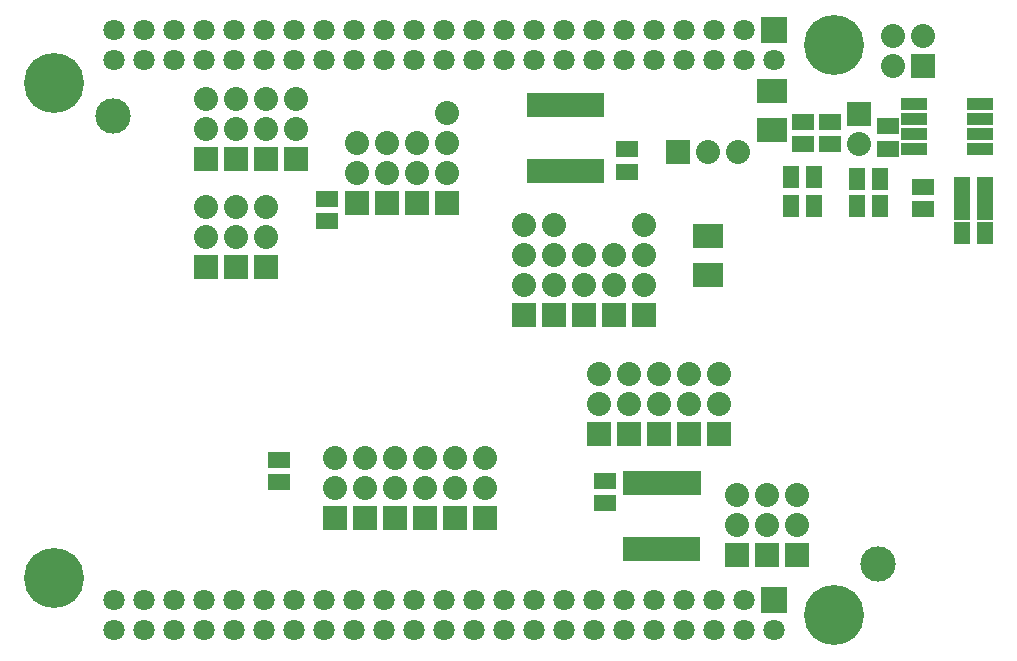
<source format=gts>
G04 (created by PCBNEW (2013-05-31 BZR 4019)-stable) date 8/17/2014 5:11:29 PM*
%MOIN*%
G04 Gerber Fmt 3.4, Leading zero omitted, Abs format*
%FSLAX34Y34*%
G01*
G70*
G90*
G04 APERTURE LIST*
%ADD10C,0.00590551*%
%ADD11R,0.0298425X0.0810236*%
%ADD12R,0.1X0.08*%
%ADD13R,0.075X0.055*%
%ADD14R,0.055X0.075*%
%ADD15R,0.08X0.08*%
%ADD16C,0.08*%
%ADD17C,0.11811*%
%ADD18C,0.2*%
%ADD19R,0.085X0.085*%
%ADD20C,0.0712*%
%ADD21R,0.085X0.0436*%
G04 APERTURE END LIST*
G54D10*
G54D11*
X18138Y-5452D03*
X18404Y-5452D03*
X18660Y-5452D03*
X18916Y-5452D03*
X19172Y-5452D03*
X19427Y-5452D03*
X19683Y-5452D03*
X19939Y-5452D03*
X20195Y-5452D03*
X20451Y-5452D03*
X20451Y-3247D03*
X20195Y-3247D03*
X19939Y-3247D03*
X19683Y-3247D03*
X19427Y-3247D03*
X19172Y-3247D03*
X18916Y-3247D03*
X18660Y-3247D03*
X18404Y-3247D03*
X18148Y-3247D03*
X23661Y-15847D03*
X23395Y-15847D03*
X23139Y-15847D03*
X22883Y-15847D03*
X22627Y-15847D03*
X22372Y-15847D03*
X22116Y-15847D03*
X21860Y-15847D03*
X21604Y-15847D03*
X21348Y-15847D03*
X21348Y-18052D03*
X21604Y-18052D03*
X21860Y-18052D03*
X22116Y-18052D03*
X22372Y-18052D03*
X22627Y-18052D03*
X22883Y-18052D03*
X23139Y-18052D03*
X23395Y-18052D03*
X23651Y-18052D03*
G54D12*
X24044Y-8915D03*
X24044Y-7615D03*
G54D13*
X31200Y-5975D03*
X31200Y-6725D03*
X20600Y-16525D03*
X20600Y-15775D03*
X21350Y-4725D03*
X21350Y-5475D03*
X9750Y-15825D03*
X9750Y-15075D03*
X11350Y-6375D03*
X11350Y-7125D03*
G54D14*
X26825Y-6600D03*
X27575Y-6600D03*
X27575Y-5650D03*
X26825Y-5650D03*
G54D13*
X28100Y-4546D03*
X28100Y-3796D03*
X27194Y-4546D03*
X27194Y-3796D03*
G54D14*
X32525Y-6720D03*
X33275Y-6720D03*
X32525Y-7500D03*
X33275Y-7500D03*
X32525Y-6000D03*
X33275Y-6000D03*
G54D15*
X18900Y-10250D03*
G54D16*
X18900Y-9250D03*
X18900Y-8250D03*
X18900Y-7250D03*
G54D15*
X15350Y-6500D03*
G54D16*
X15350Y-5500D03*
X15350Y-4500D03*
X15350Y-3500D03*
G54D15*
X21900Y-10250D03*
G54D16*
X21900Y-9250D03*
X21900Y-8250D03*
X21900Y-7250D03*
G54D15*
X17900Y-10250D03*
G54D16*
X17900Y-9250D03*
X17900Y-8250D03*
X17900Y-7250D03*
G54D15*
X20900Y-10250D03*
G54D16*
X20900Y-9250D03*
X20900Y-8250D03*
G54D15*
X23400Y-14200D03*
G54D16*
X23400Y-13200D03*
X23400Y-12200D03*
G54D15*
X24400Y-14200D03*
G54D16*
X24400Y-13200D03*
X24400Y-12200D03*
G54D15*
X27000Y-18250D03*
G54D16*
X27000Y-17250D03*
X27000Y-16250D03*
G54D15*
X26000Y-18250D03*
G54D16*
X26000Y-17250D03*
X26000Y-16250D03*
G54D15*
X25000Y-18250D03*
G54D16*
X25000Y-17250D03*
X25000Y-16250D03*
G54D15*
X11600Y-17000D03*
G54D16*
X11600Y-16000D03*
X11600Y-15000D03*
G54D15*
X12600Y-17000D03*
G54D16*
X12600Y-16000D03*
X12600Y-15000D03*
G54D15*
X13600Y-17000D03*
G54D16*
X13600Y-16000D03*
X13600Y-15000D03*
G54D15*
X14600Y-17000D03*
G54D16*
X14600Y-16000D03*
X14600Y-15000D03*
G54D15*
X15600Y-17000D03*
G54D16*
X15600Y-16000D03*
X15600Y-15000D03*
G54D15*
X16600Y-17000D03*
G54D16*
X16600Y-16000D03*
X16600Y-15000D03*
G54D15*
X7300Y-5050D03*
G54D16*
X7300Y-4050D03*
X7300Y-3050D03*
G54D15*
X9300Y-5050D03*
G54D16*
X9300Y-4050D03*
X9300Y-3050D03*
G54D15*
X7310Y-8650D03*
G54D16*
X7310Y-7650D03*
X7310Y-6650D03*
G54D15*
X8300Y-8650D03*
G54D16*
X8300Y-7650D03*
X8300Y-6650D03*
G54D15*
X10300Y-5050D03*
G54D16*
X10300Y-4050D03*
X10300Y-3050D03*
G54D15*
X9300Y-8650D03*
G54D16*
X9300Y-7650D03*
X9300Y-6650D03*
G54D15*
X13350Y-6500D03*
G54D16*
X13350Y-5500D03*
X13350Y-4500D03*
G54D15*
X14350Y-6500D03*
G54D16*
X14350Y-5500D03*
X14350Y-4500D03*
G54D15*
X19900Y-10250D03*
G54D16*
X19900Y-9250D03*
X19900Y-8250D03*
G54D15*
X20400Y-14200D03*
G54D16*
X20400Y-13200D03*
X20400Y-12200D03*
G54D15*
X21400Y-14200D03*
G54D16*
X21400Y-13200D03*
X21400Y-12200D03*
G54D15*
X22400Y-14200D03*
G54D16*
X22400Y-13200D03*
X22400Y-12200D03*
G54D15*
X8300Y-5050D03*
G54D16*
X8300Y-4050D03*
X8300Y-3050D03*
G54D15*
X31220Y-1930D03*
G54D16*
X30220Y-1930D03*
X31220Y-930D03*
X30220Y-930D03*
G54D17*
X29700Y-18550D03*
X4200Y-3600D03*
G54D15*
X12350Y-6500D03*
G54D16*
X12350Y-5500D03*
X12350Y-4500D03*
G54D15*
X23050Y-4800D03*
G54D16*
X24050Y-4800D03*
X25050Y-4800D03*
G54D12*
X26170Y-4073D03*
X26170Y-2773D03*
G54D18*
X2250Y-2500D03*
X28250Y-1250D03*
X28250Y-20250D03*
X2250Y-19000D03*
G54D19*
X26250Y-750D03*
G54D20*
X26250Y-1750D03*
X25250Y-750D03*
X25250Y-1750D03*
X24250Y-750D03*
X24250Y-1750D03*
X23250Y-750D03*
X23250Y-1750D03*
X22250Y-750D03*
X22250Y-1750D03*
X21250Y-750D03*
X21250Y-1750D03*
X20250Y-750D03*
X20250Y-1750D03*
X19250Y-750D03*
X19250Y-1750D03*
X18250Y-750D03*
X18250Y-1750D03*
X17250Y-750D03*
X17250Y-1750D03*
X16250Y-750D03*
X16250Y-1750D03*
X15250Y-750D03*
X15250Y-1750D03*
X14250Y-750D03*
X14250Y-1750D03*
X13250Y-750D03*
X13250Y-1750D03*
X12250Y-750D03*
X12250Y-1750D03*
X11250Y-750D03*
X11250Y-1750D03*
X10250Y-750D03*
X10250Y-1750D03*
X9250Y-750D03*
X9250Y-1750D03*
X8250Y-750D03*
X8250Y-1750D03*
X7250Y-750D03*
X7250Y-1750D03*
X6250Y-750D03*
X6250Y-1750D03*
X5250Y-750D03*
X5250Y-1750D03*
X4250Y-750D03*
X4250Y-1750D03*
G54D19*
X26250Y-19750D03*
G54D20*
X26250Y-20750D03*
X25250Y-19750D03*
X25250Y-20750D03*
X24250Y-19750D03*
X24250Y-20750D03*
X23250Y-19750D03*
X23250Y-20750D03*
X22250Y-19750D03*
X22250Y-20750D03*
X21250Y-19750D03*
X21250Y-20750D03*
X20250Y-19750D03*
X20250Y-20750D03*
X19250Y-19750D03*
X19250Y-20750D03*
X18250Y-19750D03*
X18250Y-20750D03*
X17250Y-19750D03*
X17250Y-20750D03*
X16250Y-19750D03*
X16250Y-20750D03*
X15250Y-19750D03*
X15250Y-20750D03*
X14250Y-19750D03*
X14250Y-20750D03*
X13250Y-19750D03*
X13250Y-20750D03*
X12250Y-19750D03*
X12250Y-20750D03*
X11250Y-19750D03*
X11250Y-20750D03*
X10250Y-19750D03*
X10250Y-20750D03*
X9250Y-19750D03*
X9250Y-20750D03*
X8250Y-19750D03*
X8250Y-20750D03*
X7250Y-19750D03*
X7250Y-20750D03*
X6250Y-19750D03*
X6250Y-20750D03*
X5250Y-19750D03*
X5250Y-20750D03*
X4250Y-19750D03*
X4250Y-20750D03*
G54D14*
X29025Y-6600D03*
X29775Y-6600D03*
X29775Y-5700D03*
X29025Y-5700D03*
G54D21*
X30900Y-4700D03*
X33100Y-4700D03*
X30900Y-4200D03*
X30900Y-3700D03*
X30900Y-3200D03*
X33100Y-4200D03*
X33100Y-3700D03*
X33100Y-3200D03*
G54D13*
X30029Y-4703D03*
X30029Y-3953D03*
G54D15*
X29066Y-3554D03*
G54D16*
X29066Y-4554D03*
M02*

</source>
